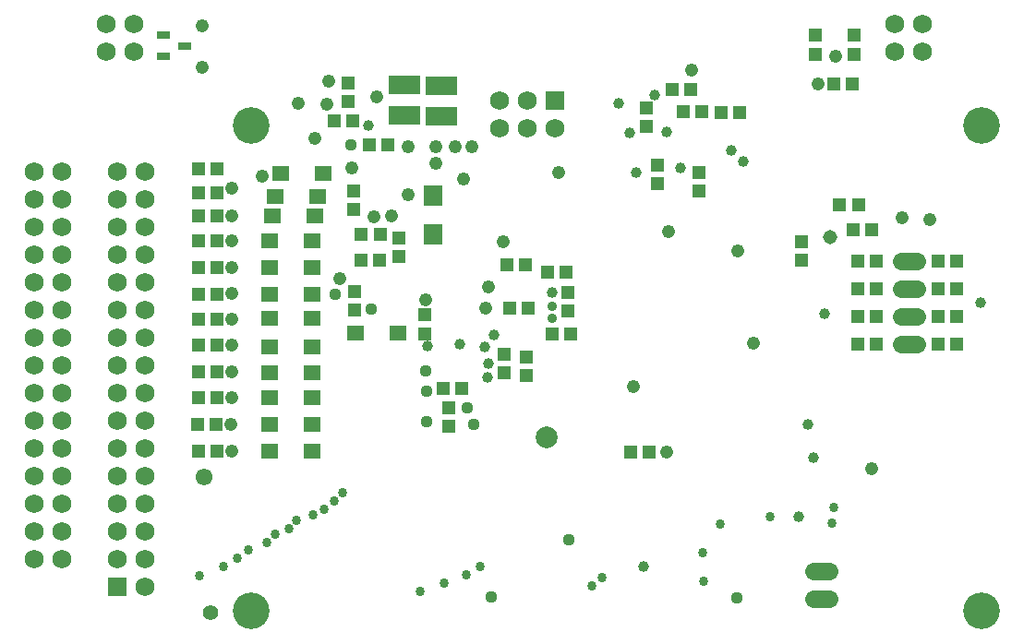
<source format=gbs>
G75*
G70*
%OFA0B0*%
%FSLAX24Y24*%
%IPPOS*%
%LPD*%
%AMOC8*
5,1,8,0,0,1.08239X$1,22.5*
%
%ADD10C,0.1320*%
%ADD11R,0.0513X0.0474*%
%ADD12R,0.0474X0.0513*%
%ADD13R,0.0631X0.0552*%
%ADD14C,0.0680*%
%ADD15C,0.0640*%
%ADD16R,0.0678X0.0741*%
%ADD17R,0.1143X0.0710*%
%ADD18R,0.0454X0.0269*%
%ADD19R,0.0688X0.0688*%
%ADD20C,0.0688*%
%ADD21R,0.0682X0.0682*%
%ADD22C,0.0682*%
%ADD23C,0.0476*%
%ADD24C,0.0397*%
%ADD25C,0.0358*%
%ADD26C,0.0480*%
%ADD27C,0.0437*%
%ADD28C,0.0611*%
%ADD29C,0.0555*%
%ADD30C,0.0789*%
%ADD31C,0.0516*%
%ADD32C,0.0340*%
%ADD33C,0.0340*%
D10*
X027836Y010871D03*
X027836Y028391D03*
X054214Y028391D03*
X054214Y010871D03*
D11*
X042200Y016580D03*
X041531Y016580D03*
X037775Y019352D03*
X037775Y020021D03*
X038710Y020860D03*
X039379Y020860D03*
X037846Y021796D03*
X037177Y021796D03*
X038526Y023075D03*
X039195Y023075D03*
X037725Y023352D03*
X037056Y023352D03*
X034086Y021543D03*
X034086Y020873D03*
X036975Y020121D03*
X036975Y019452D03*
X035446Y018892D03*
X034777Y018892D03*
X032484Y023509D03*
X031815Y023509D03*
X031819Y024460D03*
X032488Y024460D03*
X033169Y024314D03*
X033169Y023645D03*
X031539Y025361D03*
X031539Y026030D03*
X031493Y028549D03*
X030823Y028549D03*
X031349Y029241D03*
X031349Y029910D03*
X026596Y026816D03*
X025927Y026816D03*
X025927Y025950D03*
X026596Y025950D03*
X026596Y025123D03*
X025927Y025123D03*
X025927Y024230D03*
X026596Y024230D03*
X026596Y023264D03*
X025927Y023264D03*
X025927Y022304D03*
X026596Y022304D03*
X026596Y021387D03*
X025927Y021387D03*
X025927Y020452D03*
X026596Y020452D03*
X026596Y019498D03*
X025927Y019498D03*
X025927Y018553D03*
X026596Y018553D03*
X026577Y017580D03*
X025907Y017580D03*
X025927Y016631D03*
X026596Y016631D03*
X049084Y025519D03*
X049754Y025519D03*
X049545Y029887D03*
X048876Y029887D03*
X049599Y030973D03*
X049599Y031643D03*
D12*
X048218Y031643D03*
X048218Y030973D03*
X045467Y028868D03*
X044797Y028868D03*
X044103Y028883D03*
X043433Y028883D03*
X043703Y029689D03*
X043033Y029689D03*
X042107Y029019D03*
X042107Y028350D03*
X042519Y026961D03*
X042519Y026292D03*
X044019Y026009D03*
X044019Y026678D03*
X047701Y024177D03*
X047701Y023507D03*
X049740Y023487D03*
X050410Y023487D03*
X050410Y022487D03*
X049740Y022487D03*
X049740Y021487D03*
X050410Y021487D03*
X050410Y020487D03*
X049740Y020487D03*
X052640Y020487D03*
X053310Y020487D03*
X053310Y021487D03*
X052640Y021487D03*
X052640Y022487D03*
X053310Y022487D03*
X053310Y023487D03*
X052640Y023487D03*
X050232Y024632D03*
X049563Y024632D03*
X039284Y022370D03*
X039284Y021701D03*
X034984Y018177D03*
X034984Y017508D03*
X031556Y021717D03*
X031556Y022386D03*
X032113Y027694D03*
X032782Y027694D03*
D13*
X030421Y026648D03*
X030221Y025839D03*
X030121Y025127D03*
X030021Y024230D03*
X030021Y023264D03*
X030021Y022304D03*
X030021Y021430D03*
X031607Y020887D03*
X030021Y020391D03*
X030021Y019454D03*
X030021Y018568D03*
X030021Y017580D03*
X030021Y016639D03*
X028486Y016639D03*
X028486Y017580D03*
X028486Y018568D03*
X028486Y019454D03*
X028486Y020391D03*
X028486Y021430D03*
X028486Y022304D03*
X028486Y023264D03*
X028486Y024230D03*
X028586Y025127D03*
X028686Y025839D03*
X028886Y026648D03*
X033143Y020887D03*
D14*
X019990Y012713D03*
X020990Y012713D03*
X020990Y013713D03*
X019990Y013713D03*
X019990Y014713D03*
X020990Y014713D03*
X020990Y015713D03*
X019990Y015713D03*
X019990Y016713D03*
X020990Y016713D03*
X020990Y017713D03*
X019990Y017713D03*
X019990Y018713D03*
X020990Y018713D03*
X020990Y019713D03*
X019990Y019713D03*
X019990Y020713D03*
X020990Y020713D03*
X020990Y021713D03*
X019990Y021713D03*
X019990Y022713D03*
X020990Y022713D03*
X020990Y023713D03*
X019990Y023713D03*
X019990Y024713D03*
X020990Y024713D03*
X020990Y025713D03*
X019990Y025713D03*
X019990Y026713D03*
X020990Y026713D03*
X022607Y031040D03*
X023607Y031040D03*
X023607Y032040D03*
X022607Y032040D03*
X051067Y032040D03*
X052067Y032040D03*
X052067Y031040D03*
X051067Y031040D03*
D15*
X051313Y023488D02*
X051873Y023488D01*
X051873Y022488D02*
X051313Y022488D01*
X051313Y021488D02*
X051873Y021488D01*
X051873Y020488D02*
X051313Y020488D01*
X048695Y012287D02*
X048135Y012287D01*
X048135Y011287D02*
X048695Y011287D01*
D16*
X034388Y024469D03*
X034388Y025862D03*
D17*
X034716Y028718D03*
X033381Y028745D03*
X033381Y029848D03*
X034716Y029820D03*
D18*
X025440Y031261D03*
X024668Y030880D03*
X024668Y031643D03*
D19*
X038817Y029292D03*
D20*
X037817Y029292D03*
X037817Y028292D03*
X038817Y028292D03*
X036817Y028292D03*
X036817Y029292D03*
D21*
X023006Y011717D03*
D22*
X024006Y011717D03*
X024006Y012717D03*
X023006Y012717D03*
X023006Y013717D03*
X024006Y013717D03*
X024006Y014717D03*
X023006Y014717D03*
X023006Y015717D03*
X024006Y015717D03*
X024006Y016717D03*
X023006Y016717D03*
X023006Y017717D03*
X024006Y017717D03*
X024006Y018717D03*
X023006Y018717D03*
X023006Y019717D03*
X024006Y019717D03*
X024006Y020717D03*
X023006Y020717D03*
X023006Y021717D03*
X024006Y021717D03*
X024006Y022717D03*
X023006Y022717D03*
X023006Y023717D03*
X024006Y023717D03*
X024006Y024717D03*
X023006Y024717D03*
X023006Y025717D03*
X024006Y025717D03*
X024006Y026717D03*
X023006Y026717D03*
D23*
X027146Y026115D03*
X027146Y025127D03*
X027146Y024230D03*
X027146Y023264D03*
X027146Y022308D03*
X027146Y021387D03*
X027146Y020452D03*
X027146Y019498D03*
X027146Y018553D03*
X027088Y017580D03*
X027146Y016639D03*
X034125Y022087D03*
X036297Y021787D03*
X036416Y022562D03*
X036947Y024187D03*
X038925Y026687D03*
X042887Y024550D03*
X045387Y023850D03*
X045981Y020517D03*
X041650Y018942D03*
X042831Y016580D03*
X050225Y015987D03*
X052350Y024987D03*
X051350Y025062D03*
X048291Y029887D03*
X048941Y030887D03*
X043725Y030387D03*
X032901Y025131D03*
X032268Y025106D03*
X031025Y022862D03*
X028230Y026548D03*
X030150Y027912D03*
X030575Y029162D03*
X030625Y029987D03*
X029525Y029187D03*
X032371Y029433D03*
X026075Y030487D03*
X026075Y031987D03*
D24*
X032071Y028376D03*
X038696Y022340D03*
X036590Y020817D03*
X036275Y020387D03*
X036389Y019788D03*
X036375Y019287D03*
X035375Y020487D03*
X034186Y020423D03*
X041725Y026687D03*
X043352Y026865D03*
X042828Y028153D03*
X041494Y028127D03*
X041100Y029184D03*
X042419Y029488D03*
X045175Y027487D03*
X045600Y027087D03*
X048525Y021587D03*
X047925Y017585D03*
X048125Y016387D03*
X047596Y014258D03*
X041991Y012446D03*
X054175Y021987D03*
D25*
X038702Y021843D03*
X038706Y021411D03*
D26*
X033496Y025905D03*
X034519Y027007D03*
X034519Y027637D03*
X035219Y027637D03*
X035794Y027632D03*
X035519Y026457D03*
X033496Y027637D03*
X031467Y026850D03*
D27*
X031424Y027684D03*
X030875Y022287D03*
X032153Y021746D03*
X034150Y019537D03*
X034175Y018787D03*
X034175Y017687D03*
X035625Y018187D03*
X035875Y017587D03*
X039317Y013430D03*
X036495Y011368D03*
X045356Y011313D03*
D28*
X026121Y015698D03*
D29*
X026375Y010787D03*
D30*
X038497Y017120D03*
D31*
X048734Y024344D03*
D32*
X048871Y014595D03*
X048792Y014011D03*
X046573Y014247D03*
X044765Y013975D03*
X044144Y012957D03*
X044174Y011914D03*
X040516Y012057D03*
X040122Y011761D03*
X036088Y012446D03*
X035596Y012150D03*
X034809Y011852D03*
X033923Y011558D03*
X030066Y014325D03*
X030453Y014522D03*
X030840Y014817D03*
X031128Y015111D03*
X029478Y014128D03*
X029191Y013833D03*
X028703Y013636D03*
X028416Y013339D03*
X027729Y013043D03*
X026826Y012456D03*
X025966Y012132D03*
D33*
X027341Y012747D03*
M02*

</source>
